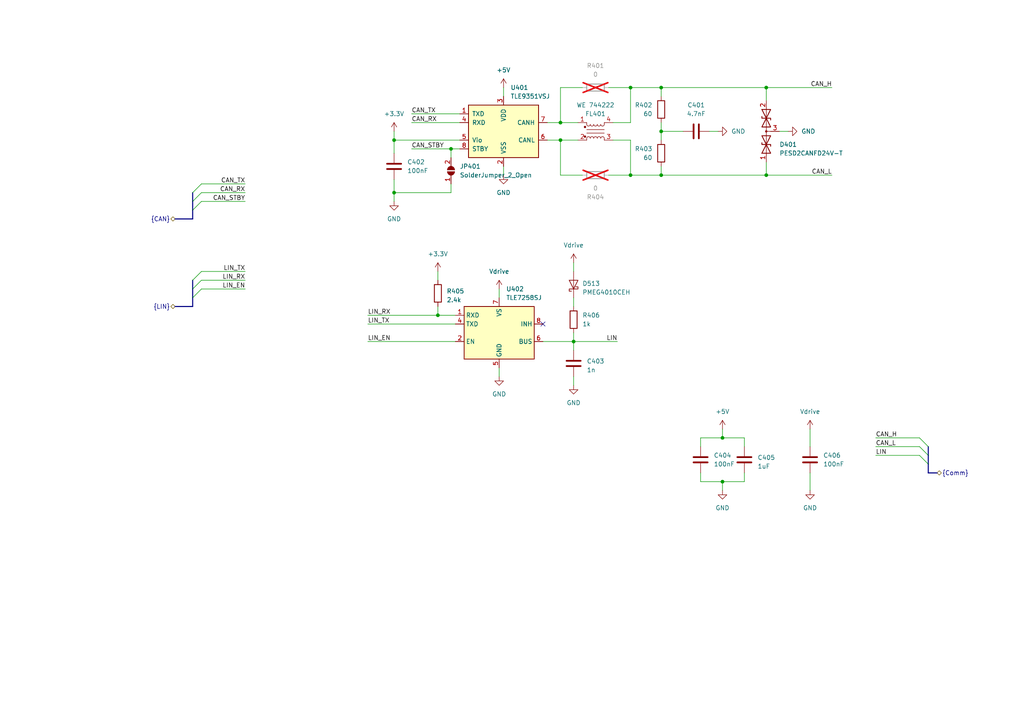
<source format=kicad_sch>
(kicad_sch (version 20230121) (generator eeschema)
  (paper "A4")
  (lib_symbols
    (symbol "Device:C" (pin_numbers hide) (pin_names (offset 0.254))
      (property "Reference" "C" (at 0.635 2.54 0))
      (property "Value" "C" (at 0.635 -2.54 0))
      (symbol "C_0_1"
        (polyline (pts (xy -2.032 -0.762) (xy 2.032 -0.762)) (stroke (width 0.508)))
        (polyline (pts (xy -2.032 0.762) (xy 2.032 0.762)) (stroke (width 0.508)))
      )
      (symbol "C_1_1"
        (pin passive line (at 0 3.81 270) (length 2.794) (name "~") (number "1"))
        (pin passive line (at 0 -3.81 90) (length 2.794) (name "~") (number "2"))
      )
    )
    (symbol "Device:D_TVS_Dual_AAC" (pin_names (offset 1.016) hide)
      (property "Reference" "D" (at 0 4.445 0))
      (property "Value" "D_TVS_Dual_AAC" (at 0 2.54 0))
      (symbol "D_TVS_Dual_AAC_0_0"
        (polyline (pts (xy 0 -1.27) (xy 0 0)))
      )
      (symbol "D_TVS_Dual_AAC_0_1"
        (polyline (pts (xy -6.35 0) (xy 6.35 0)))
        (polyline (pts (xy -3.302 1.27) (xy -3.81 1.27) (xy -3.81 -1.27) (xy -4.318 -1.27)) (stroke (width 0.254)))
        (polyline (pts (xy 4.318 1.27) (xy 3.81 1.27) (xy 3.81 -1.27) (xy 3.302 -1.27)) (stroke (width 0.254)))
        (polyline (pts (xy -6.35 1.27) (xy -1.27 -1.27) (xy -1.27 1.27) (xy -6.35 -1.27) (xy -6.35 1.27)) (stroke (width 0.254)))
        (polyline (pts (xy 6.35 1.27) (xy 1.27 -1.27) (xy 1.27 1.27) (xy 6.35 -1.27) (xy 6.35 1.27)) (stroke (width 0.254)))
        (circle (center 0 0) (radius 0.254) (fill (type outline)))
      )
      (symbol "D_TVS_Dual_AAC_1_1"
        (pin passive line (at -8.89 0 0) (length 2.54) (name "A1") (number "1"))
        (pin passive line (at 8.89 0 180) (length 2.54) (name "A2") (number "2"))
        (pin input line (at 0 -3.81 90) (length 2.54) (name "common") (number "3"))
      )
    )
    (symbol "Device:Filter_EMI_LL_1423" (pin_names hide)
      (property "Reference" "FL" (at 0 4.445 0))
      (property "Value" "Filter_EMI_LL_1423" (at 0 -4.445 0))
      (symbol "Filter_EMI_LL_1423_0_1"
        (circle (center -3.048 -1.27) (radius 0.254) (fill (type outline)))
        (circle (center -3.048 1.524) (radius 0.254) (fill (type outline)))
        (arc (start -2.54 2.032) (mid -2.032 1.5262) (end -1.524 2.032))
        (arc (start -1.524 -2.032) (mid -2.032 -1.5262) (end -2.54 -2.032))
        (arc (start -1.524 2.032) (mid -1.016 1.5262) (end -0.508 2.032))
        (arc (start -0.508 -2.032) (mid -1.016 -1.5262) (end -1.524 -2.032))
        (arc (start -0.508 2.032) (mid 0 1.5262) (end 0.508 2.032))
        (polyline (pts (xy -2.54 -2.032) (xy -2.54 -2.54)))
        (polyline (pts (xy -2.54 0.508) (xy 2.54 0.508)))
        (polyline (pts (xy -2.54 2.032) (xy -2.54 2.54)))
        (polyline (pts (xy 2.54 -2.032) (xy 2.54 -2.54)))
        (polyline (pts (xy 2.54 -0.508) (xy -2.54 -0.508)))
        (polyline (pts (xy 2.54 2.54) (xy 2.54 2.032)))
        (arc (start 0.508 -2.032) (mid 0 -1.5262) (end -0.508 -2.032))
        (arc (start 0.508 2.032) (mid 1.016 1.5262) (end 1.524 2.032))
        (arc (start 1.524 -2.032) (mid 1.016 -1.5262) (end 0.508 -2.032))
        (arc (start 1.524 2.032) (mid 2.032 1.5262) (end 2.54 2.032))
        (arc (start 2.54 -2.032) (mid 2.032 -1.5262) (end 1.524 -2.032))
      )
      (symbol "Filter_EMI_LL_1423_1_1"
        (pin passive line (at -5.08 -2.54 0) (length 2.54) (name "1") (number "1"))
        (pin passive line (at -5.08 2.54 0) (length 2.54) (name "2") (number "2"))
        (pin passive line (at 5.08 2.54 180) (length 2.54) (name "3") (number "3"))
        (pin passive line (at 5.08 -2.54 180) (length 2.54) (name "4") (number "4"))
      )
    )
    (symbol "Device:R" (pin_numbers hide) (pin_names (offset 0))
      (property "Reference" "R" (at 2.032 0 90))
      (property "Value" "R" (at 0 0 90))
      (symbol "R_0_1"
        (rectangle (start -1.016 -2.54) (end 1.016 2.54) (stroke (width 0.254)))
      )
      (symbol "R_1_1"
        (pin passive line (at 0 3.81 270) (length 1.27) (name "~") (number "1"))
        (pin passive line (at 0 -3.81 90) (length 1.27) (name "~") (number "2"))
      )
    )
    (symbol "Diode:PMEG4010CEH" (pin_numbers hide) (pin_names hide)
      (property "Reference" "D" (at 0 2.54 0))
      (property "Value" "PMEG4010CEH" (at 0 -2.54 0))
      (symbol "PMEG4010CEH_0_1"
        (polyline (pts (xy 1.27 0) (xy -1.27 0)))
        (polyline (pts (xy 1.27 1.27) (xy 1.27 -1.27) (xy -1.27 0) (xy 1.27 1.27)) (stroke (width 0.2032)))
        (polyline (pts (xy -1.905 0.635) (xy -1.905 1.27) (xy -1.27 1.27) (xy -1.27 -1.27) (xy -0.635 -1.27) (xy -0.635 -0.635)) (stroke (width 0.2032)))
      )
      (symbol "PMEG4010CEH_1_1"
        (pin passive line (at -3.81 0 0) (length 2.54) (name "K") (number "1"))
        (pin passive line (at 3.81 0 180) (length 2.54) (name "A") (number "2"))
      )
    )
    (symbol "FaSTTUBe_Transceivers:TLE7258SJ"
      (property "Reference" "U" (at -10.16 8.89 0))
      (property "Value" "TLE7258SJ" (at 1.27 8.89 0))
      (symbol "TLE7258SJ_0_1"
        (rectangle (start -10.16 7.62) (end 10.16 -7.62) (stroke (width 0.254)) (fill (type background)))
      )
      (symbol "TLE7258SJ_1_1"
        (pin open_collector line (at -12.7 5.08 0) (length 2.54) (name "RXD") (number "1"))
        (pin input line (at -12.7 -2.54 0) (length 2.54) (name "EN") (number "2"))
        (pin no_connect line (at -12.7 -5.08 0) (length 2.54) hide (name "N.C.") (number "3"))
        (pin input line (at -12.7 2.54 0) (length 2.54) (name "TXD") (number "4"))
        (pin power_in line (at 0 -10.16 90) (length 2.54) (name "GND") (number "5"))
        (pin bidirectional line (at 12.7 -2.54 180) (length 2.54) (name "BUS") (number "6"))
        (pin power_in line (at 0 10.16 270) (length 2.54) (name "VS") (number "7"))
        (pin output line (at 12.7 2.54 180) (length 2.54) (name "INH") (number "8"))
      )
    )
    (symbol "FaSTTUBe_Transceivers:TLE9351VSJ" (pin_names (offset 1.016))
      (property "Reference" "U" (at -10.16 8.89 0))
      (property "Value" "TLE9351VSJ" (at 2.54 8.89 0))
      (symbol "TLE9351VSJ_0_1"
        (rectangle (start -10.16 7.62) (end 10.16 -7.62) (stroke (width 0.254)) (fill (type background)))
      )
      (symbol "TLE9351VSJ_1_1"
        (pin input line (at -12.7 5.08 0) (length 2.54) (name "TXD") (number "1"))
        (pin power_in line (at 0 -10.16 90) (length 2.54) (name "VSS") (number "2"))
        (pin power_in line (at 0 10.16 270) (length 2.54) (name "VDD") (number "3"))
        (pin output line (at -12.7 2.54 0) (length 2.54) (name "RXD") (number "4"))
        (pin power_in line (at -12.7 -2.54 0) (length 2.54) (name "Vio") (number "5"))
        (pin bidirectional line (at 12.7 -2.54 180) (length 2.54) (name "CANL") (number "6"))
        (pin bidirectional line (at 12.7 2.54 180) (length 2.54) (name "CANH") (number "7"))
        (pin input line (at -12.7 -5.08 0) (length 2.54) (name "STBY") (number "8"))
      )
    )
    (symbol "Jumper:SolderJumper_2_Open" (pin_names (offset 0) hide)
      (property "Reference" "JP" (at 0 2.032 0))
      (property "Value" "SolderJumper_2_Open" (at 0 -2.54 0))
      (symbol "SolderJumper_2_Open_0_1"
        (arc (start -0.254 1.016) (mid -1.2656 0) (end -0.254 -1.016))
        (arc (start -0.254 1.016) (mid -1.2656 0) (end -0.254 -1.016) (fill (type outline)))
        (polyline (pts (xy -0.254 1.016) (xy -0.254 -1.016)))
        (polyline (pts (xy 0.254 1.016) (xy 0.254 -1.016)))
        (arc (start 0.254 -1.016) (mid 1.2656 0) (end 0.254 1.016))
        (arc (start 0.254 -1.016) (mid 1.2656 0) (end 0.254 1.016) (fill (type outline)))
      )
      (symbol "SolderJumper_2_Open_1_1"
        (pin passive line (at -3.81 0 0) (length 2.54) (name "A") (number "1"))
        (pin passive line (at 3.81 0 180) (length 2.54) (name "B") (number "2"))
      )
    )
    (symbol "power:+3.3V" (power) (pin_names (offset 0))
      (property "Value" "+3.3V" (at 0 3.556 0))
      (symbol "+3.3V_0_1"
        (polyline (pts (xy -0.762 1.27) (xy 0 2.54)))
        (polyline (pts (xy 0 0) (xy 0 2.54)))
        (polyline (pts (xy 0 2.54) (xy 0.762 1.27)))
      )
      (symbol "+3.3V_1_1"
        (pin power_in line (at 0 0 90) (length 0) hide (name "+3.3V") (number "1"))
      )
    )
    (symbol "power:+5V" (power) (pin_names (offset 0))
      (property "Value" "+5V" (at 0 3.556 0))
      (symbol "+5V_0_1"
        (polyline (pts (xy -0.762 1.27) (xy 0 2.54)))
        (polyline (pts (xy 0 0) (xy 0 2.54)))
        (polyline (pts (xy 0 2.54) (xy 0.762 1.27)))
      )
      (symbol "+5V_1_1"
        (pin power_in line (at 0 0 90) (length 0) hide (name "+5V") (number "1"))
      )
    )
    (symbol "power:GND" (power) (pin_names (offset 0))
      (property "Value" "GND" (at 0 -3.81 0))
      (symbol "GND_0_1"
        (polyline (pts (xy 0 0) (xy 0 -1.27) (xy 1.27 -1.27) (xy 0 -2.54) (xy -1.27 -1.27) (xy 0 -1.27)))
      )
      (symbol "GND_1_1"
        (pin power_in line (at 0 0 270) (length 0) hide (name "GND") (number "1"))
      )
    )
    (symbol "power:Vdrive" (power) (pin_names (offset 0))
      (property "Value" "Vdrive" (at 0 3.81 0))
      (symbol "Vdrive_0_1"
        (polyline (pts (xy -0.762 1.27) (xy 0 2.54)))
        (polyline (pts (xy 0 0) (xy 0 2.54)))
        (polyline (pts (xy 0 2.54) (xy 0.762 1.27)))
      )
      (symbol "Vdrive_1_1"
        (pin power_in line (at 0 0 90) (length 0) hide (name "Vdrive") (number "1"))
      )
    )
  )
  (bus_alias "LIN" (members "LIN_TX" "LIN_RX" "LIN_EN"))
  (bus_alias "Power_OUT" (members "Half0_OUT" "Half1_OUT" "1A_Out0" "1A_Out2" "1A_Out3" "1A_Out1" ""))
  (bus_alias "CAN" (members "CAN_TX" "CAN_RX" "CAN_STBY"))
  (bus_alias "Comm" (members "CAN_H" "CAN_L" "LIN"))
  (junction (at 166.37 99.06))
  (junction (at 114.3 55.88))
  (junction (at 127 91.44))
  (junction (at 209.55 127))
  (junction (at 182.88 25.4))
  (junction (at 191.77 38.1))
  (junction (at 162.56 40.64))
  (junction (at 191.77 50.8))
  (junction (at 130.81 43.18))
  (junction (at 222.25 25.4))
  (junction (at 182.88 50.8))
  (junction (at 191.77 25.4))
  (junction (at 114.3 40.64))
  (junction (at 222.25 50.8))
  (junction (at 209.55 139.7))
  (junction (at 162.56 35.56))
  (no_connect (at 157.48 93.98))
  (bus_entry (at 266.7 132.08) (size 2.54 2.54))
  (bus_entry (at 55.88 86.36) (size 2.54 -2.54))
  (bus_entry (at 55.88 60.96) (size 2.54 -2.54))
  (bus_entry (at 55.88 55.88) (size 2.54 -2.54))
  (bus_entry (at 266.7 129.54) (size 2.54 2.54))
  (bus_entry (at 55.88 58.42) (size 2.54 -2.54))
  (bus_entry (at 55.88 81.28) (size 2.54 -2.54))
  (bus_entry (at 55.88 83.82) (size 2.54 -2.54))
  (bus_entry (at 266.7 127) (size 2.54 2.54))
  (bus (pts (xy 50.8 88.9) (xy 55.88 88.9)))
  (wire (pts (xy 158.75 35.56) (xy 162.56 35.56)))
  (wire (pts (xy 234.95 137.16) (xy 234.95 142.24)))
  (wire (pts (xy 222.25 25.4) (xy 191.77 25.4)))
  (wire (pts (xy 182.88 25.4) (xy 182.88 35.56)))
  (wire (pts (xy 119.38 33.02) (xy 133.35 33.02)))
  (wire (pts (xy 222.25 46.99) (xy 222.25 50.8)))
  (wire (pts (xy 176.53 50.8) (xy 182.88 50.8)))
  (wire (pts (xy 209.55 139.7) (xy 209.55 142.24)))
  (wire (pts (xy 114.3 52.07) (xy 114.3 55.88)))
  (wire (pts (xy 191.77 50.8) (xy 191.77 48.26)))
  (bus (pts (xy 269.24 137.16) (xy 269.24 134.62)))
  (wire (pts (xy 58.42 55.88) (xy 71.12 55.88)))
  (wire (pts (xy 146.05 48.26) (xy 146.05 50.8)))
  (wire (pts (xy 182.88 40.64) (xy 182.88 50.8)))
  (wire (pts (xy 203.2 139.7) (xy 209.55 139.7)))
  (wire (pts (xy 58.42 78.74) (xy 71.12 78.74)))
  (bus (pts (xy 55.88 86.36) (xy 55.88 88.9)))
  (wire (pts (xy 162.56 40.64) (xy 167.64 40.64)))
  (wire (pts (xy 130.81 43.18) (xy 133.35 43.18)))
  (wire (pts (xy 222.25 50.8) (xy 191.77 50.8)))
  (wire (pts (xy 191.77 38.1) (xy 191.77 40.64)))
  (wire (pts (xy 58.42 53.34) (xy 71.12 53.34)))
  (wire (pts (xy 106.68 99.06) (xy 132.08 99.06)))
  (wire (pts (xy 198.12 38.1) (xy 191.77 38.1)))
  (wire (pts (xy 162.56 50.8) (xy 162.56 40.64)))
  (wire (pts (xy 203.2 127) (xy 209.55 127)))
  (bus (pts (xy 50.8 63.5) (xy 55.88 63.5)))
  (wire (pts (xy 166.37 109.22) (xy 166.37 111.76)))
  (bus (pts (xy 269.24 129.54) (xy 269.24 132.08)))
  (wire (pts (xy 157.48 99.06) (xy 166.37 99.06)))
  (wire (pts (xy 254 132.08) (xy 266.7 132.08)))
  (wire (pts (xy 215.9 137.16) (xy 215.9 139.7)))
  (wire (pts (xy 215.9 139.7) (xy 209.55 139.7)))
  (bus (pts (xy 269.24 132.08) (xy 269.24 134.62)))
  (wire (pts (xy 114.3 40.64) (xy 114.3 44.45)))
  (wire (pts (xy 177.8 35.56) (xy 182.88 35.56)))
  (wire (pts (xy 58.42 81.28) (xy 71.12 81.28)))
  (wire (pts (xy 222.25 29.21) (xy 222.25 25.4)))
  (wire (pts (xy 130.81 53.34) (xy 130.81 55.88)))
  (wire (pts (xy 168.91 50.8) (xy 162.56 50.8)))
  (wire (pts (xy 114.3 40.64) (xy 133.35 40.64)))
  (wire (pts (xy 176.53 25.4) (xy 182.88 25.4)))
  (wire (pts (xy 266.7 129.54) (xy 254 129.54)))
  (wire (pts (xy 203.2 129.54) (xy 203.2 127)))
  (wire (pts (xy 114.3 38.1) (xy 114.3 40.64)))
  (wire (pts (xy 127 78.74) (xy 127 81.28)))
  (wire (pts (xy 58.42 83.82) (xy 71.12 83.82)))
  (wire (pts (xy 215.9 129.54) (xy 215.9 127)))
  (bus (pts (xy 55.88 81.28) (xy 55.88 83.82)))
  (wire (pts (xy 119.38 43.18) (xy 130.81 43.18)))
  (wire (pts (xy 146.05 25.4) (xy 146.05 27.94)))
  (wire (pts (xy 114.3 55.88) (xy 114.3 58.42)))
  (wire (pts (xy 191.77 25.4) (xy 182.88 25.4)))
  (wire (pts (xy 162.56 25.4) (xy 162.56 35.56)))
  (wire (pts (xy 162.56 35.56) (xy 167.64 35.56)))
  (bus (pts (xy 55.88 55.88) (xy 55.88 58.42)))
  (wire (pts (xy 222.25 50.8) (xy 241.3 50.8)))
  (wire (pts (xy 168.91 25.4) (xy 162.56 25.4)))
  (wire (pts (xy 222.25 25.4) (xy 241.3 25.4)))
  (bus (pts (xy 55.88 83.82) (xy 55.88 86.36)))
  (wire (pts (xy 215.9 127) (xy 209.55 127)))
  (wire (pts (xy 106.68 93.98) (xy 132.08 93.98)))
  (wire (pts (xy 166.37 96.52) (xy 166.37 99.06)))
  (wire (pts (xy 166.37 99.06) (xy 179.07 99.06)))
  (bus (pts (xy 55.88 60.96) (xy 55.88 63.5)))
  (wire (pts (xy 166.37 86.36) (xy 166.37 88.9)))
  (wire (pts (xy 130.81 55.88) (xy 114.3 55.88)))
  (wire (pts (xy 106.68 91.44) (xy 127 91.44)))
  (wire (pts (xy 234.95 124.46) (xy 234.95 129.54)))
  (wire (pts (xy 127 91.44) (xy 127 88.9)))
  (wire (pts (xy 132.08 91.44) (xy 127 91.44)))
  (bus (pts (xy 269.24 137.16) (xy 271.78 137.16)))
  (wire (pts (xy 182.88 50.8) (xy 191.77 50.8)))
  (wire (pts (xy 191.77 27.94) (xy 191.77 25.4)))
  (wire (pts (xy 226.06 38.1) (xy 228.6 38.1)))
  (wire (pts (xy 266.7 127) (xy 254 127)))
  (wire (pts (xy 158.75 40.64) (xy 162.56 40.64)))
  (wire (pts (xy 182.88 40.64) (xy 177.8 40.64)))
  (wire (pts (xy 130.81 43.18) (xy 130.81 45.72)))
  (wire (pts (xy 205.74 38.1) (xy 208.28 38.1)))
  (wire (pts (xy 191.77 38.1) (xy 191.77 35.56)))
  (bus (pts (xy 55.88 58.42) (xy 55.88 60.96)))
  (wire (pts (xy 203.2 137.16) (xy 203.2 139.7)))
  (wire (pts (xy 144.78 106.68) (xy 144.78 109.22)))
  (wire (pts (xy 209.55 127) (xy 209.55 124.46)))
  (wire (pts (xy 119.38 35.56) (xy 133.35 35.56)))
  (wire (pts (xy 166.37 76.2) (xy 166.37 78.74)))
  (wire (pts (xy 166.37 99.06) (xy 166.37 101.6)))
  (wire (pts (xy 144.78 83.82) (xy 144.78 86.36)))
  (wire (pts (xy 58.42 58.42) (xy 71.12 58.42)))
  (label "LIN_EN" (at 106.68 99.06 0))
  (label "CAN_RX" (at 71.12 55.88 180))
  (label "CAN_H" (at 254 127 0))
  (label "CAN_L" (at 254 129.54 0))
  (label "LIN_TX" (at 106.68 93.98 0))
  (label "LIN_RX" (at 71.12 81.28 180))
  (label "CAN_TX" (at 119.38 33.02 0))
  (label "CAN_H" (at 241.3 25.4 180))
  (label "CAN_STBY" (at 71.12 58.42 180))
  (label "CAN_TX" (at 71.12 53.34 180))
  (label "LIN" (at 254 132.08 0))
  (label "LIN_RX" (at 106.68 91.44 0))
  (label "CAN_STBY" (at 119.38 43.18 0))
  (label "LIN" (at 179.07 99.06 180))
  (label "LIN_TX" (at 71.12 78.74 180))
  (label "CAN_L" (at 241.3 50.8 180))
  (label "CAN_RX" (at 119.38 35.56 0))
  (label "LIN_EN" (at 71.12 83.82 180))
  (hierarchical_label "{CAN}" (shape bidirectional) (at 50.8 63.5 180))
  (hierarchical_label "{Comm}" (shape bidirectional) (at 271.78 137.16 0))
  (hierarchical_label "{LIN}" (shape bidirectional) (at 50.8 88.9 180))
  (symbol (lib_id "power:Vdrive") (at 234.95 124.46 0) (unit 1)
    (property "Reference" "#PWR0413" (effects hide))
    (property "Value" "Vdrive" (at 234.95 119.38 0))
    (instances (project "Sensor_Board" (path "" (reference "#PWR0413") (unit 1))) (project "FT22_VCU_Konzept" (path "" (reference "#PWR0103") (unit 1))))
  )
  (symbol (lib_id "power:GND") (at 144.78 109.22 0) (unit 1)
    (property "Reference" "#PWR0410" (effects hide))
    (property "Value" "GND" (at 144.78 114.3 0))
    (instances (project "Sensor_Board" (path "" (reference "#PWR0410") (unit 1))) (project "FT22_VCU_Konzept" (path "" (reference "#PWR0108") (unit 1))))
  )
  (symbol (lib_id "power:Vdrive") (at 166.37 76.2 0) (unit 1)
    (property "Reference" "#PWR0407" (effects hide))
    (property "Value" "Vdrive" (at 166.37 71.12 0))
    (instances (project "Sensor_Board" (path "" (reference "#PWR0407") (unit 1))) (project "FT22_VCU_Konzept" (path "" (reference "#PWR0104") (unit 1))))
  )
  (symbol (lib_id "FaSTTUBe_Transceivers:TLE9351VSJ") (at 146.05 38.1 0) (unit 1)
    (property "Reference" "U401" (at 148.0694 25.4 0) (effects (justify left)))
    (property "Value" "TLE9351VSJ" (at 148.0694 27.94 0) (effects (justify left)))
    (property "Footprint" "Package_SO:SOIC-8_3.9x4.9mm_P1.27mm" (effects hide))
    (property "Datasheet" "https://www.infineon.com/dgdl/Infineon-TLE9351VSJ-DataSheet-v01_10-EN.pdf?fileId=5546d46276c4f5350176f6dd01371230" (effects hide))
    (instances (project "Sensor_Board" (path "" (reference "U401") (unit 1))) (project "FT22_VCU_Konzept" (path "" (reference "U9") (unit 1))))
  )
  (symbol (lib_id "power:GND") (at 146.05 50.8 0) (unit 1)
    (property "Reference" "#PWR0405" (effects hide))
    (property "Value" "GND" (at 146.05 55.88 0))
    (instances (project "Sensor_Board" (path "" (reference "#PWR0405") (unit 1))) (project "FT22_VCU_Konzept" (path "" (reference "#PWR093") (unit 1))))
  )
  (symbol (lib_id "power:+3.3V") (at 114.3 38.1 0) (unit 1)
    (property "Reference" "#PWR0402" (effects hide))
    (property "Value" "+3.3V" (at 114.3 33.02 0))
    (instances (project "Sensor_Board" (path "" (reference "#PWR0402") (unit 1))) (project "FT22_VCU_Konzept" (path "" (reference "#PWR090") (unit 1))))
  )
  (symbol (lib_id "power:GND") (at 234.95 142.24 0) (unit 1)
    (property "Reference" "#PWR0415" (effects hide))
    (property "Value" "GND" (at 234.95 147.32 0))
    (instances (project "Sensor_Board" (path "" (reference "#PWR0415") (unit 1))) (project "FT22_VCU_Konzept" (path "" (reference "#PWR0107") (unit 1))))
  )
  (symbol (lib_id "Device:C") (at 215.9 133.35 0) (unit 1)
    (property "Reference" "C405" (at 219.71 132.715 0) (effects (justify left)))
    (property "Value" "1uF" (at 219.71 135.255 0) (effects (justify left)))
    (property "Footprint" "Capacitor_SMD:C_0603_1608Metric" (effects hide))
    (instances (project "Sensor_Board" (path "" (reference "C405") (unit 1))) (project "FT22_VCU_Konzept" (path "" (reference "C45") (unit 1))))
  )
  (symbol (lib_id "Device:R") (at 166.37 92.71 0) (unit 1)
    (property "Reference" "R406" (at 168.91 91.4399 0) (effects (justify left)))
    (property "Value" "1k" (at 168.91 93.9799 0) (effects (justify left)))
    (property "Footprint" "Resistor_SMD:R_1206_3216Metric" (effects hide))
    (instances (project "Sensor_Board" (path "" (reference "R406") (unit 1))) (project "FT22_VCU_Konzept" (path "" (reference "R34") (unit 1))))
  )
  (symbol (lib_id "Device:C") (at 166.37 105.41 0) (unit 1)
    (property "Reference" "C403" (at 170.18 104.775 0) (effects (justify left)))
    (property "Value" "1n" (at 170.18 107.315 0) (effects (justify left)))
    (property "Footprint" "Capacitor_SMD:C_0603_1608Metric" (effects hide))
    (instances (project "Sensor_Board" (path "" (reference "C403") (unit 1))) (project "FT22_VCU_Konzept" (path "" (reference "C47") (unit 1))))
  )
  (symbol (lib_id "power:Vdrive") (at 144.78 83.82 0) (unit 1)
    (property "Reference" "#PWR0409" (effects hide))
    (property "Value" "Vdrive" (at 144.78 78.74 0))
    (instances (project "Sensor_Board" (path "" (reference "#PWR0409") (unit 1))) (project "FT22_VCU_Konzept" (path "" (reference "#PWR0105") (unit 1))))
  )
  (symbol (lib_id "power:+5V") (at 146.05 25.4 0) (unit 1)
    (property "Reference" "#PWR0401" (effects hide))
    (property "Value" "+5V" (at 146.05 20.32 0))
    (instances (project "Sensor_Board" (path "" (reference "#PWR0401") (unit 1))) (project "FT22_VCU_Konzept" (path "" (reference "#PWR089") (unit 1))))
  )
  (symbol (lib_id "Device:R") (at 191.77 44.45 0) (mirror y) (unit 1)
    (property "Reference" "R403" (at 189.23 43.1799 0) (effects (justify left)))
    (property "Value" "60" (at 189.23 45.7199 0) (effects (justify left)))
    (property "Footprint" "Resistor_SMD:R_0603_1608Metric" (effects hide))
    (instances (project "Sensor_Board" (path "" (reference "R403") (unit 1))) (project "FT22_VCU_Konzept" (path "" (reference "R26") (unit 1))))
  )
  (symbol (lib_id "Device:C") (at 114.3 48.26 0) (unit 1)
    (property "Reference" "C402" (at 118.11 46.9899 0) (effects (justify left)))
    (property "Value" "100nF" (at 118.11 49.5299 0) (effects (justify left)))
    (property "Footprint" "Capacitor_SMD:C_0603_1608Metric" (effects hide))
    (instances (project "Sensor_Board" (path "" (reference "C402") (unit 1))) (project "FT22_VCU_Konzept" (path "" (reference "C41") (unit 1))))
  )
  (symbol (lib_id "Device:Filter_EMI_LL_1423") (at 172.72 38.1 0) (mirror x) (unit 1)
    (property "Reference" "FL401" (at 172.72 33.02 0))
    (property "Value" "WE 744222" (at 172.72 30.48 0))
    (property "Footprint" "Inductor_SMD:L_CommonMode_Wuerth_WE-SL2" (effects hide))
    (instances (project "Sensor_Board" (path "" (reference "FL401") (unit 1))) (project "FT22_VCU_Konzept" (path "" (reference "FL1") (unit 1))))
  )
  (symbol (lib_id "power:GND") (at 208.28 38.1 90) (unit 1)
    (property "Reference" "#PWR0403" (effects hide))
    (property "Value" "GND" (at 212.09 38.0999 90) (effects (justify right)))
    (instances (project "Sensor_Board" (path "" (reference "#PWR0403") (unit 1))) (project "FT22_VCU_Konzept" (path "" (reference "#PWR091") (unit 1))))
  )
  (symbol (lib_id "Device:C") (at 234.95 133.35 0) (unit 1)
    (property "Reference" "C406" (at 238.76 132.0799 0) (effects (justify left)))
    (property "Value" "100nF" (at 238.76 134.6199 0) (effects (justify left)))
    (property "Footprint" "Capacitor_SMD:C_0603_1608Metric" (effects hide))
    (instances (project "Sensor_Board" (path "" (reference "C406") (unit 1))) (project "FT22_VCU_Konzept" (path "" (reference "C46") (unit 1))))
  )
  (symbol (lib_id "power:+3.3V") (at 127 78.74 0) (unit 1)
    (property "Reference" "#PWR0408" (effects hide))
    (property "Value" "+3.3V" (at 127 73.66 0))
    (instances (project "Sensor_Board" (path "" (reference "#PWR0408") (unit 1))) (project "FT22_VCU_Konzept" (path "" (reference "#PWR0101") (unit 1))))
  )
  (symbol (lib_id "Device:R") (at 172.72 50.8 90) (mirror x) (unit 1) (dnp yes)
    (property "Reference" "R404" (at 172.72 57.15 90))
    (property "Value" "0" (at 172.72 54.61 90))
    (property "Footprint" "Resistor_SMD:R_0603_1608Metric" (effects hide))
    (instances (project "Sensor_Board" (path "" (reference "R404") (unit 1))) (project "FT22_VCU_Konzept" (path "" (reference "R27") (unit 1))))
  )
  (symbol (lib_id "Jumper:SolderJumper_2_Open") (at 130.81 49.53 90) (unit 1)
    (property "Reference" "JP401" (at 133.35 48.2599 90) (effects (justify right)))
    (property "Value" "SolderJumper_2_Open" (at 133.35 50.7999 90) (effects (justify right)))
    (property "Footprint" "Jumper:SolderJumper-2_P1.3mm_Open_Pad1.0x1.5mm" (effects hide))
    (instances (project "Sensor_Board" (path "" (reference "JP401") (unit 1))) (project "FT22_VCU_Konzept" (path "" (reference "JP1") (unit 1))))
  )
  (symbol (lib_id "Device:R") (at 127 85.09 0) (unit 1)
    (property "Reference" "R405" (at 129.54 84.455 0) (effects (justify left)))
    (property "Value" "2.4k" (at 129.54 86.995 0) (effects (justify left)))
    (property "Footprint" "Resistor_SMD:R_0603_1608Metric" (effects hide))
    (instances (project "Sensor_Board" (path "" (reference "R405") (unit 1))) (project "FT22_VCU_Konzept" (path "" (reference "R33") (unit 1))))
  )
  (symbol (lib_id "power:GND") (at 209.55 142.24 0) (unit 1)
    (property "Reference" "#PWR0414" (effects hide))
    (property "Value" "GND" (at 209.55 147.32 0))
    (instances (project "Sensor_Board" (path "" (reference "#PWR0414") (unit 1))) (project "FT22_VCU_Konzept" (path "" (reference "#PWR0106") (unit 1))))
  )
  (symbol (lib_id "Device:D_TVS_Dual_AAC") (at 222.25 38.1 90) (unit 1)
    (property "Reference" "D401" (at 226.06 41.91 90) (effects (justify right)))
    (property "Value" "PESD2CANFD24V-T\n" (at 226.06 44.45 90) (effects (justify right)))
    (property "Footprint" "Package_TO_SOT_SMD:SOT-23-3" (effects hide))
    (instances (project "Sensor_Board" (path "" (reference "D401") (unit 1))) (project "FT22_VCU_Konzept" (path "" (reference "D29") (unit 1))))
  )
  (symbol (lib_id "Device:C") (at 203.2 133.35 0) (unit 1)
    (property "Reference" "C404" (at 207.01 132.0799 0) (effects (justify left)))
    (property "Value" "100nF" (at 207.01 134.6199 0) (effects (justify left)))
    (property "Footprint" "Capacitor_SMD:C_0603_1608Metric" (effects hide))
    (instances (project "Sensor_Board" (path "" (reference "C404") (unit 1))) (project "FT22_VCU_Konzept" (path "" (reference "C44") (unit 1))))
  )
  (symbol (lib_id "Device:C") (at 201.93 38.1 90) (unit 1)
    (property "Reference" "C401" (at 201.93 30.48 90))
    (property "Value" "4.7nF" (at 201.93 33.02 90))
    (property "Footprint" "Capacitor_SMD:C_0603_1608Metric" (effects hide))
    (instances (project "Sensor_Board" (path "" (reference "C401") (unit 1))) (project "FT22_VCU_Konzept" (path "" (reference "C40") (unit 1))))
  )
  (symbol (lib_id "power:GND") (at 166.37 111.76 0) (unit 1)
    (property "Reference" "#PWR0411" (effects hide))
    (property "Value" "GND" (at 166.37 116.84 0))
    (instances (project "Sensor_Board" (path "" (reference "#PWR0411") (unit 1))) (project "FT22_VCU_Konzept" (path "" (reference "#PWR0109") (unit 1))))
  )
  (symbol (lib_id "Device:R") (at 191.77 31.75 0) (mirror y) (unit 1)
    (property "Reference" "R402" (at 189.23 30.4799 0) (effects (justify left)))
    (property "Value" "60" (at 189.23 33.0199 0) (effects (justify left)))
    (property "Footprint" "Resistor_SMD:R_0603_1608Metric" (effects hide))
    (instances (project "Sensor_Board" (path "" (reference "R402") (unit 1))) (project "FT22_VCU_Konzept" (path "" (reference "R25") (unit 1))))
  )
  (symbol (lib_id "Device:R") (at 172.72 25.4 90) (unit 1) (dnp yes)
    (property "Reference" "R401" (at 172.72 19.05 90))
    (property "Value" "0" (at 172.72 21.59 90))
    (property "Footprint" "Resistor_SMD:R_0603_1608Metric" (effects hide))
    (instances (project "Sensor_Board" (path "" (reference "R401") (unit 1))) (project "FT22_VCU_Konzept" (path "" (reference "R24") (unit 1))))
  )
  (symbol (lib_id "power:GND") (at 114.3 58.42 0) (unit 1)
    (property "Reference" "#PWR0406" (effects hide))
    (property "Value" "GND" (at 114.3 63.5 0))
    (instances (project "Sensor_Board" (path "" (reference "#PWR0406") (unit 1))) (project "FT22_VCU_Konzept" (path "" (reference "#PWR094") (unit 1))))
  )
  (symbol (lib_id "Diode:PMEG4010CEH") (at 166.37 82.55 90) (unit 1)
    (property "Reference" "D513" (at 168.91 82.2325 90) (effects (justify right)))
    (property "Value" "PMEG4010CEH" (at 168.91 84.7725 90) (effects (justify right)))
    (property "Footprint" "Diode_SMD:D_SOD-123F" (effects hide))
    (property "Datasheet" "https://assets.nexperia.com/documents/data-sheet/PMEG4010CEH_PMEG4010CEJ.pdf" (effects hide))
    (instances (project "Sensor_Board" (path "" (reference "D513") (unit 1)) (path "" (reference "D402") (unit 1))))
  )
  (symbol (lib_id "power:GND") (at 228.6 38.1 90) (unit 1)
    (property "Reference" "#PWR0404" (effects hide))
    (property "Value" "GND" (at 232.41 38.0999 90) (effects (justify right)))
    (instances (project "Sensor_Board" (path "" (reference "#PWR0404") (unit 1))) (project "FT22_VCU_Konzept" (path "" (reference "#PWR092") (unit 1))))
  )
  (symbol (lib_id "FaSTTUBe_Transceivers:TLE7258SJ") (at 144.78 96.52 0) (unit 1)
    (property "Reference" "U402" (at 146.7994 83.82 0) (effects (justify left)))
    (property "Value" "TLE7258SJ" (at 146.7994 86.36 0) (effects (justify left)))
    (property "Footprint" "Package_SO:SOIC-8_3.9x4.9mm_P1.27mm" (effects hide))
    (property "Datasheet" "https://www.infineon.com/dgdl/Infineon-TLE7258-DS-v01_10-EN.pdf?fileId=5546d46259d9a4bf015a3cff8dd85e6b" (effects hide))
    (instances (project "Sensor_Board" (path "" (reference "U402") (unit 1))) (project "FT22_VCU_Konzept" (path "" (reference "U11") (unit 1))))
  )
  (symbol (lib_id "power:+5V") (at 209.55 124.46 0) (unit 1)
    (property "Reference" "#PWR0412" (effects hide))
    (property "Value" "+5V" (at 209.55 119.38 0))
    (instances (project "Sensor_Board" (path "" (reference "#PWR0412") (unit 1))) (project "FT22_VCU_Konzept" (path "" (reference "#PWR0102") (unit 1))))
  )
)
</source>
